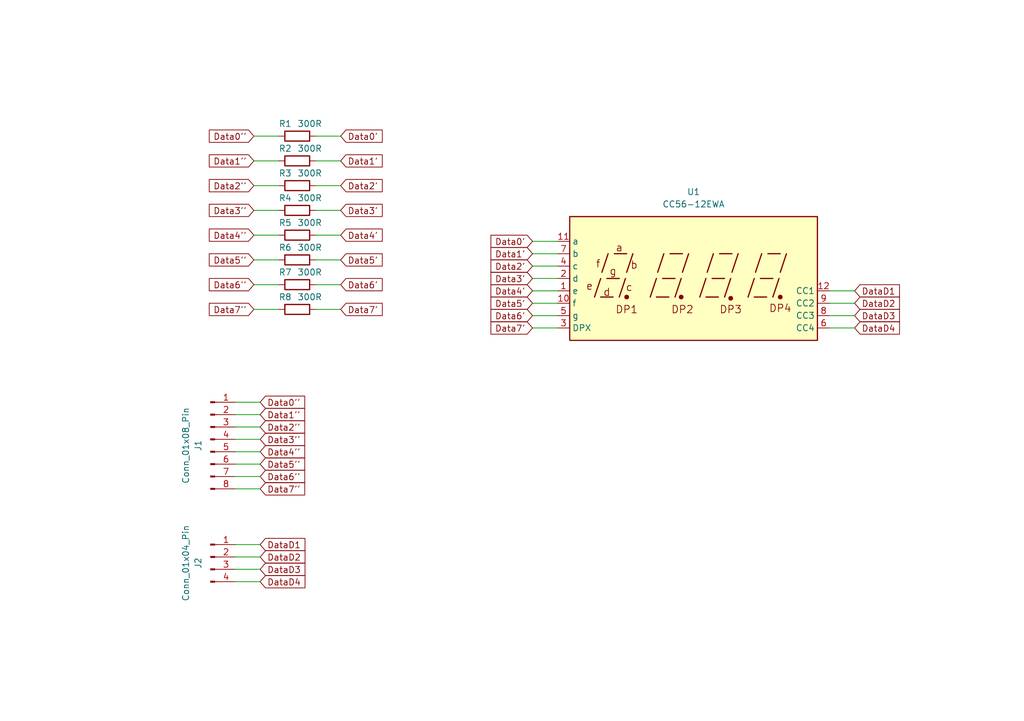
<source format=kicad_sch>
(kicad_sch (version 20230121) (generator eeschema)
  (paper "A5")
  (lib_symbols
    (symbol "Connector:Conn_01x04_Pin" (pin_names (offset 1.016) hide)
      (property "Reference" "J" (at 0 5.08 0))
      (property "Value" "Conn_01x04_Pin" (at 0 -7.62 0))
      (symbol "Conn_01x04_Pin_1_1"
        (polyline (pts (xy 1.27 -5.08) (xy 0.8636 -5.08)) (stroke (width 0.1524)))
        (polyline (pts (xy 1.27 -2.54) (xy 0.8636 -2.54)) (stroke (width 0.1524)))
        (polyline (pts (xy 1.27 0) (xy 0.8636 0)) (stroke (width 0.1524)))
        (polyline (pts (xy 1.27 2.54) (xy 0.8636 2.54)) (stroke (width 0.1524)))
        (rectangle (start 0.8636 -4.953) (end 0 -5.207) (stroke (width 0.1524)) (fill (type outline)))
        (rectangle (start 0.8636 -2.413) (end 0 -2.667) (stroke (width 0.1524)) (fill (type outline)))
        (rectangle (start 0.8636 0.127) (end 0 -0.127) (stroke (width 0.1524)) (fill (type outline)))
        (rectangle (start 0.8636 2.667) (end 0 2.413) (stroke (width 0.1524)) (fill (type outline)))
        (pin passive line (at 5.08 2.54 180) (length 3.81) (name "Pin_1") (number "1"))
        (pin passive line (at 5.08 0 180) (length 3.81) (name "Pin_2") (number "2"))
        (pin passive line (at 5.08 -2.54 180) (length 3.81) (name "Pin_3") (number "3"))
        (pin passive line (at 5.08 -5.08 180) (length 3.81) (name "Pin_4") (number "4"))
      )
    )
    (symbol "Connector:Conn_01x08_Pin" (pin_names (offset 1.016) hide)
      (property "Reference" "J" (at 0 10.16 0))
      (property "Value" "Conn_01x08_Pin" (at 0 -12.7 0))
      (symbol "Conn_01x08_Pin_1_1"
        (polyline (pts (xy 1.27 -10.16) (xy 0.8636 -10.16)) (stroke (width 0.1524)))
        (polyline (pts (xy 1.27 -7.62) (xy 0.8636 -7.62)) (stroke (width 0.1524)))
        (polyline (pts (xy 1.27 -5.08) (xy 0.8636 -5.08)) (stroke (width 0.1524)))
        (polyline (pts (xy 1.27 -2.54) (xy 0.8636 -2.54)) (stroke (width 0.1524)))
        (polyline (pts (xy 1.27 0) (xy 0.8636 0)) (stroke (width 0.1524)))
        (polyline (pts (xy 1.27 2.54) (xy 0.8636 2.54)) (stroke (width 0.1524)))
        (polyline (pts (xy 1.27 5.08) (xy 0.8636 5.08)) (stroke (width 0.1524)))
        (polyline (pts (xy 1.27 7.62) (xy 0.8636 7.62)) (stroke (width 0.1524)))
        (rectangle (start 0.8636 -10.033) (end 0 -10.287) (stroke (width 0.1524)) (fill (type outline)))
        (rectangle (start 0.8636 -7.493) (end 0 -7.747) (stroke (width 0.1524)) (fill (type outline)))
        (rectangle (start 0.8636 -4.953) (end 0 -5.207) (stroke (width 0.1524)) (fill (type outline)))
        (rectangle (start 0.8636 -2.413) (end 0 -2.667) (stroke (width 0.1524)) (fill (type outline)))
        (rectangle (start 0.8636 0.127) (end 0 -0.127) (stroke (width 0.1524)) (fill (type outline)))
        (rectangle (start 0.8636 2.667) (end 0 2.413) (stroke (width 0.1524)) (fill (type outline)))
        (rectangle (start 0.8636 5.207) (end 0 4.953) (stroke (width 0.1524)) (fill (type outline)))
        (rectangle (start 0.8636 7.747) (end 0 7.493) (stroke (width 0.1524)) (fill (type outline)))
        (pin passive line (at 5.08 7.62 180) (length 3.81) (name "Pin_1") (number "1"))
        (pin passive line (at 5.08 5.08 180) (length 3.81) (name "Pin_2") (number "2"))
        (pin passive line (at 5.08 2.54 180) (length 3.81) (name "Pin_3") (number "3"))
        (pin passive line (at 5.08 0 180) (length 3.81) (name "Pin_4") (number "4"))
        (pin passive line (at 5.08 -2.54 180) (length 3.81) (name "Pin_5") (number "5"))
        (pin passive line (at 5.08 -5.08 180) (length 3.81) (name "Pin_6") (number "6"))
        (pin passive line (at 5.08 -7.62 180) (length 3.81) (name "Pin_7") (number "7"))
        (pin passive line (at 5.08 -10.16 180) (length 3.81) (name "Pin_8") (number "8"))
      )
    )
    (symbol "Device:R" (pin_numbers hide) (pin_names (offset 0))
      (property "Reference" "R" (at 2.032 0 90))
      (property "Value" "R" (at 0 0 90))
      (symbol "R_0_1"
        (rectangle (start -1.016 -2.54) (end 1.016 2.54) (stroke (width 0.254)))
      )
      (symbol "R_1_1"
        (pin passive line (at 0 3.81 270) (length 1.27) (name "~") (number "1"))
        (pin passive line (at 0 -3.81 90) (length 1.27) (name "~") (number "2"))
      )
    )
    (symbol "Display_Character:CC56-12EWA"
      (property "Reference" "U" (at -24.13 13.97 0))
      (property "Value" "CC56-12EWA" (at 19.05 13.97 0))
      (symbol "CC56-12EWA_0_0"
        (rectangle (start -25.4 12.7) (end 25.4 -12.7) (stroke (width 0.254)) (fill (type background)))
        (polyline (pts (xy -20.32 -3.81) (xy -19.05 0)) (stroke (width 0.254)))
        (polyline (pts (xy -19.05 -3.81) (xy -16.51 -3.81)) (stroke (width 0.254)))
        (polyline (pts (xy -18.796 1.27) (xy -17.526 5.08)) (stroke (width 0.254)))
        (polyline (pts (xy -17.78 0) (xy -15.24 0)) (stroke (width 0.254)))
        (polyline (pts (xy -16.256 5.08) (xy -13.716 5.08)) (stroke (width 0.254)))
        (polyline (pts (xy -15.24 -3.81) (xy -13.97 0)) (stroke (width 0.254)))
        (polyline (pts (xy -13.716 1.27) (xy -12.446 5.08)) (stroke (width 0.254)))
        (polyline (pts (xy -8.89 -3.81) (xy -7.62 0)) (stroke (width 0.254)))
        (polyline (pts (xy -7.62 -3.81) (xy -5.08 -3.81)) (stroke (width 0.254)))
        (polyline (pts (xy -7.366 1.27) (xy -6.096 5.08)) (stroke (width 0.254)))
        (polyline (pts (xy -6.35 0) (xy -3.81 0)) (stroke (width 0.254)))
        (polyline (pts (xy -4.826 5.08) (xy -2.286 5.08)) (stroke (width 0.254)))
        (polyline (pts (xy -3.81 -3.81) (xy -2.54 0)) (stroke (width 0.254)))
        (polyline (pts (xy -2.286 1.27) (xy -1.016 5.08)) (stroke (width 0.254)))
        (polyline (pts (xy 1.27 -3.81) (xy 2.54 0)) (stroke (width 0.254)))
        (polyline (pts (xy 2.54 -3.81) (xy 5.08 -3.81)) (stroke (width 0.254)))
        (polyline (pts (xy 2.794 1.27) (xy 4.064 5.08)) (stroke (width 0.254)))
        (polyline (pts (xy 3.81 0) (xy 6.35 0)) (stroke (width 0.254)))
        (polyline (pts (xy 5.334 5.08) (xy 7.874 5.08)) (stroke (width 0.254)))
        (polyline (pts (xy 6.35 -3.81) (xy 7.62 0)) (stroke (width 0.254)))
        (polyline (pts (xy 7.874 1.27) (xy 9.144 5.08)) (stroke (width 0.254)))
        (polyline (pts (xy 11.176 -3.81) (xy 12.446 0)) (stroke (width 0.254)))
        (polyline (pts (xy 12.446 -3.81) (xy 14.986 -3.81)) (stroke (width 0.254)))
        (polyline (pts (xy 12.7 1.27) (xy 13.97 5.08)) (stroke (width 0.254)))
        (polyline (pts (xy 13.716 0) (xy 16.256 0)) (stroke (width 0.254)))
        (polyline (pts (xy 15.24 5.08) (xy 17.78 5.08)) (stroke (width 0.254)))
        (polyline (pts (xy 16.256 -3.81) (xy 17.526 0)) (stroke (width 0.254)))
        (polyline (pts (xy 17.78 1.27) (xy 19.05 5.08)) (stroke (width 0.254)))
        (text "a" (at -15.24 6.35 0) (effects (font (size 1.524 1.524))))
        (text "b" (at -12.192 2.794 0) (effects (font (size 1.524 1.524))))
        (text "c" (at -13.208 -1.778 0) (effects (font (size 1.524 1.524))))
        (text "d" (at -17.78 -2.794 0) (effects (font (size 1.524 1.524))))
        (text "DP1" (at -13.716 -6.35 0) (effects (font (size 1.524 1.524))))
        (text "DP2" (at -2.286 -6.35 0) (effects (font (size 1.524 1.524))))
        (text "DP3" (at 7.62 -6.35 0) (effects (font (size 1.524 1.524))))
        (text "DP4" (at 17.78 -6.096 0) (effects (font (size 1.524 1.524))))
        (text "e" (at -21.336 -1.524 0) (effects (font (size 1.524 1.524))))
        (text "f" (at -19.558 3.048 0) (effects (font (size 1.524 1.524))))
        (text "g" (at -16.51 1.524 0) (effects (font (size 1.524 1.524))))
      )
      (symbol "CC56-12EWA_0_1"
        (circle (center -13.716 -3.81) (radius 0.3556) (stroke (width 0.254)) (fill (type outline)))
        (circle (center -2.54 -3.81) (radius 0.3556) (stroke (width 0.254)) (fill (type outline)))
      )
      (symbol "CC56-12EWA_1_0"
        (circle (center 7.62 -4.064) (radius 0.3556) (stroke (width 0.254)) (fill (type outline)))
        (circle (center 17.78 -3.81) (radius 0.3556) (stroke (width 0.254)) (fill (type outline)))
      )
      (symbol "CC56-12EWA_1_1"
        (pin input line (at -27.94 -2.54 0) (length 2.54) (name "e") (number "1"))
        (pin input line (at -27.94 -5.08 0) (length 2.54) (name "f") (number "10"))
        (pin input line (at -27.94 7.62 0) (length 2.54) (name "a") (number "11"))
        (pin input line (at 27.94 -2.54 180) (length 2.54) (name "CC1") (number "12"))
        (pin input line (at -27.94 0 0) (length 2.54) (name "d") (number "2"))
        (pin input line (at -27.94 -10.16 0) (length 2.54) (name "DPX") (number "3"))
        (pin input line (at -27.94 2.54 0) (length 2.54) (name "c") (number "4"))
        (pin input line (at -27.94 -7.62 0) (length 2.54) (name "g") (number "5"))
        (pin input line (at 27.94 -10.16 180) (length 2.54) (name "CC4") (number "6"))
        (pin input line (at -27.94 5.08 0) (length 2.54) (name "b") (number "7"))
        (pin input line (at 27.94 -7.62 180) (length 2.54) (name "CC3") (number "8"))
        (pin input line (at 27.94 -5.08 180) (length 2.54) (name "CC2") (number "9"))
      )
    )
  )
  (wire (pts (xy 170.18 64.77) (xy 175.26 64.77)))
  (wire (pts (xy 48.26 97.79) (xy 53.34 97.79)))
  (wire (pts (xy 64.77 43.18) (xy 69.85 43.18)))
  (wire (pts (xy 52.07 58.42) (xy 57.15 58.42)))
  (wire (pts (xy 48.26 82.55) (xy 53.34 82.55)))
  (wire (pts (xy 170.18 67.31) (xy 175.26 67.31)))
  (wire (pts (xy 48.26 95.25) (xy 53.34 95.25)))
  (wire (pts (xy 109.22 59.69) (xy 114.3 59.69)))
  (wire (pts (xy 109.22 52.07) (xy 114.3 52.07)))
  (wire (pts (xy 48.26 92.71) (xy 53.34 92.71)))
  (wire (pts (xy 52.07 27.94) (xy 57.15 27.94)))
  (wire (pts (xy 48.26 116.84) (xy 53.34 116.84)))
  (wire (pts (xy 64.77 58.42) (xy 69.85 58.42)))
  (wire (pts (xy 64.77 38.1) (xy 69.85 38.1)))
  (wire (pts (xy 48.26 90.17) (xy 53.34 90.17)))
  (wire (pts (xy 64.77 48.26) (xy 69.85 48.26)))
  (wire (pts (xy 109.22 67.31) (xy 114.3 67.31)))
  (wire (pts (xy 52.07 53.34) (xy 57.15 53.34)))
  (wire (pts (xy 64.77 53.34) (xy 69.85 53.34)))
  (wire (pts (xy 52.07 33.02) (xy 57.15 33.02)))
  (wire (pts (xy 52.07 63.5) (xy 57.15 63.5)))
  (wire (pts (xy 48.26 100.33) (xy 53.34 100.33)))
  (wire (pts (xy 109.22 49.53) (xy 114.3 49.53)))
  (wire (pts (xy 48.26 85.09) (xy 53.34 85.09)))
  (wire (pts (xy 109.22 64.77) (xy 114.3 64.77)))
  (wire (pts (xy 48.26 111.76) (xy 53.34 111.76)))
  (wire (pts (xy 109.22 57.15) (xy 114.3 57.15)))
  (wire (pts (xy 48.26 114.3) (xy 53.34 114.3)))
  (wire (pts (xy 52.07 48.26) (xy 57.15 48.26)))
  (wire (pts (xy 52.07 38.1) (xy 57.15 38.1)))
  (wire (pts (xy 109.22 54.61) (xy 114.3 54.61)))
  (wire (pts (xy 52.07 43.18) (xy 57.15 43.18)))
  (wire (pts (xy 48.26 87.63) (xy 53.34 87.63)))
  (wire (pts (xy 64.77 33.02) (xy 69.85 33.02)))
  (wire (pts (xy 64.77 63.5) (xy 69.85 63.5)))
  (wire (pts (xy 109.22 62.23) (xy 114.3 62.23)))
  (wire (pts (xy 64.77 27.94) (xy 69.85 27.94)))
  (wire (pts (xy 170.18 59.69) (xy 175.26 59.69)))
  (wire (pts (xy 170.18 62.23) (xy 175.26 62.23)))
  (wire (pts (xy 48.26 119.38) (xy 53.34 119.38)))
  (global_label "Data2''" (shape input) (at 53.34 87.63 0) (property "Intersheetrefs" "${INTERSHEET_REFS}" (effects hide)))
  (global_label "DataD3" (shape input) (at 53.34 116.84 0) (property "Intersheetrefs" "${INTERSHEET_REFS}" (effects hide)))
  (global_label "Data4'" (shape input) (at 109.22 59.69 180) (property "Intersheetrefs" "${INTERSHEET_REFS}" (effects hide)))
  (global_label "Data0'" (shape input) (at 109.22 49.53 180) (property "Intersheetrefs" "${INTERSHEET_REFS}" (effects hide)))
  (global_label "Data1'" (shape input) (at 109.22 52.07 180) (property "Intersheetrefs" "${INTERSHEET_REFS}" (effects hide)))
  (global_label "Data2'" (shape input) (at 69.85 38.1 0) (property "Intersheetrefs" "${INTERSHEET_REFS}" (effects hide)))
  (global_label "Data7''" (shape input) (at 52.07 63.5 180) (property "Intersheetrefs" "${INTERSHEET_REFS}" (effects hide)))
  (global_label "Data6''" (shape input) (at 53.34 97.79 0) (property "Intersheetrefs" "${INTERSHEET_REFS}" (effects hide)))
  (global_label "Data3''" (shape input) (at 53.34 90.17 0) (property "Intersheetrefs" "${INTERSHEET_REFS}" (effects hide)))
  (global_label "DataD3" (shape input) (at 175.26 64.77 0) (property "Intersheetrefs" "${INTERSHEET_REFS}" (effects hide)))
  (global_label "Data3'" (shape input) (at 109.22 57.15 180) (property "Intersheetrefs" "${INTERSHEET_REFS}" (effects hide)))
  (global_label "Data4''" (shape input) (at 53.34 92.71 0) (property "Intersheetrefs" "${INTERSHEET_REFS}" (effects hide)))
  (global_label "Data7''" (shape input) (at 53.34 100.33 0) (property "Intersheetrefs" "${INTERSHEET_REFS}" (effects hide)))
  (global_label "Data4'" (shape input) (at 69.85 48.26 0) (property "Intersheetrefs" "${INTERSHEET_REFS}" (effects hide)))
  (global_label "Data2''" (shape input) (at 52.07 38.1 180) (property "Intersheetrefs" "${INTERSHEET_REFS}" (effects hide)))
  (global_label "DataD1" (shape input) (at 175.26 59.69 0) (property "Intersheetrefs" "${INTERSHEET_REFS}" (effects hide)))
  (global_label "Data0'" (shape input) (at 69.85 27.94 0) (property "Intersheetrefs" "${INTERSHEET_REFS}" (effects hide)))
  (global_label "Data7'" (shape input) (at 109.22 67.31 180) (property "Intersheetrefs" "${INTERSHEET_REFS}" (effects hide)))
  (global_label "Data1''" (shape input) (at 52.07 33.02 180) (property "Intersheetrefs" "${INTERSHEET_REFS}" (effects hide)))
  (global_label "Data3'" (shape input) (at 69.85 43.18 0) (property "Intersheetrefs" "${INTERSHEET_REFS}" (effects hide)))
  (global_label "Data3''" (shape input) (at 52.07 43.18 180) (property "Intersheetrefs" "${INTERSHEET_REFS}" (effects hide)))
  (global_label "Data0''" (shape input) (at 52.07 27.94 180) (property "Intersheetrefs" "${INTERSHEET_REFS}" (effects hide)))
  (global_label "Data6'" (shape input) (at 109.22 64.77 180) (property "Intersheetrefs" "${INTERSHEET_REFS}" (effects hide)))
  (global_label "DataD4" (shape input) (at 53.34 119.38 0) (property "Intersheetrefs" "${INTERSHEET_REFS}" (effects hide)))
  (global_label "Data5'" (shape input) (at 69.85 53.34 0) (property "Intersheetrefs" "${INTERSHEET_REFS}" (effects hide)))
  (global_label "Data4''" (shape input) (at 52.07 48.26 180) (property "Intersheetrefs" "${INTERSHEET_REFS}" (effects hide)))
  (global_label "Data6''" (shape input) (at 52.07 58.42 180) (property "Intersheetrefs" "${INTERSHEET_REFS}" (effects hide)))
  (global_label "DataD2" (shape input) (at 175.26 62.23 0) (property "Intersheetrefs" "${INTERSHEET_REFS}" (effects hide)))
  (global_label "Data1''" (shape input) (at 53.34 85.09 0) (property "Intersheetrefs" "${INTERSHEET_REFS}" (effects hide)))
  (global_label "Data2'" (shape input) (at 109.22 54.61 180) (property "Intersheetrefs" "${INTERSHEET_REFS}" (effects hide)))
  (global_label "DataD2" (shape input) (at 53.34 114.3 0) (property "Intersheetrefs" "${INTERSHEET_REFS}" (effects hide)))
  (global_label "DataD4" (shape input) (at 175.26 67.31 0) (property "Intersheetrefs" "${INTERSHEET_REFS}" (effects hide)))
  (global_label "Data0''" (shape input) (at 53.34 82.55 0) (property "Intersheetrefs" "${INTERSHEET_REFS}" (effects hide)))
  (global_label "Data5'" (shape input) (at 109.22 62.23 180) (property "Intersheetrefs" "${INTERSHEET_REFS}" (effects hide)))
  (global_label "Data1'" (shape input) (at 69.85 33.02 0) (property "Intersheetrefs" "${INTERSHEET_REFS}" (effects hide)))
  (global_label "DataD1" (shape input) (at 53.34 111.76 0) (property "Intersheetrefs" "${INTERSHEET_REFS}" (effects hide)))
  (global_label "Data7'" (shape input) (at 69.85 63.5 0) (property "Intersheetrefs" "${INTERSHEET_REFS}" (effects hide)))
  (global_label "Data6'" (shape input) (at 69.85 58.42 0) (property "Intersheetrefs" "${INTERSHEET_REFS}" (effects hide)))
  (global_label "Data5''" (shape input) (at 52.07 53.34 180) (property "Intersheetrefs" "${INTERSHEET_REFS}" (effects hide)))
  (global_label "Data5''" (shape input) (at 53.34 95.25 0) (property "Intersheetrefs" "${INTERSHEET_REFS}" (effects hide)))
  (symbol (lib_id "Device:R") (at 60.96 53.34 270) (unit 1)
    (property "Reference" "R6" (at 57.15 50.8 90) (effects (justify left)))
    (property "Value" "300R" (at 60.96 50.8 90) (effects (justify left)))
    (property "Footprint" "Resistor_SMD:R_0805_2012Metric_Pad1.20x1.40mm_HandSolder" (effects hide))
  )
  (symbol (lib_id "Device:R") (at 60.96 38.1 270) (unit 1)
    (property "Reference" "R3" (at 57.15 35.56 90) (effects (justify left)))
    (property "Value" "300R" (at 60.96 35.56 90) (effects (justify left)))
    (property "Footprint" "Resistor_SMD:R_0805_2012Metric_Pad1.20x1.40mm_HandSolder" (effects hide))
  )
  (symbol (lib_id "Device:R") (at 60.96 27.94 270) (unit 1)
    (property "Reference" "R1" (at 57.15 25.4 90) (effects (justify left)))
    (property "Value" "300R" (at 60.96 25.4 90) (effects (justify left)))
    (property "Footprint" "Resistor_SMD:R_0805_2012Metric_Pad1.20x1.40mm_HandSolder" (effects hide))
  )
  (symbol (lib_id "Device:R") (at 60.96 58.42 270) (unit 1)
    (property "Reference" "R7" (at 57.15 55.88 90) (effects (justify left)))
    (property "Value" "300R" (at 60.96 55.88 90) (effects (justify left)))
    (property "Footprint" "Resistor_SMD:R_0805_2012Metric_Pad1.20x1.40mm_HandSolder" (effects hide))
  )
  (symbol (lib_id "Connector:Conn_01x04_Pin") (at 43.18 114.3 0) (unit 1)
    (property "Reference" "J2" (at 40.64 115.57 90))
    (property "Value" "Conn_01x04_Pin" (at 38.1 115.57 90))
    (property "Footprint" "Connector_PinHeader_2.54mm:PinHeader_1x04_P2.54mm_Vertical" (effects hide))
  )
  (symbol (lib_id "Device:R") (at 60.96 33.02 270) (unit 1)
    (property "Reference" "R2" (at 57.15 30.48 90) (effects (justify left)))
    (property "Value" "300R" (at 60.96 30.48 90) (effects (justify left)))
    (property "Footprint" "Resistor_SMD:R_0805_2012Metric_Pad1.20x1.40mm_HandSolder" (effects hide))
  )
  (symbol (lib_id "Device:R") (at 60.96 63.5 270) (unit 1)
    (property "Reference" "R8" (at 57.15 60.96 90) (effects (justify left)))
    (property "Value" "300R" (at 60.96 60.96 90) (effects (justify left)))
    (property "Footprint" "Resistor_SMD:R_0805_2012Metric_Pad1.20x1.40mm_HandSolder" (effects hide))
  )
  (symbol (lib_id "Device:R") (at 60.96 43.18 270) (unit 1)
    (property "Reference" "R4" (at 57.15 40.64 90) (effects (justify left)))
    (property "Value" "300R" (at 60.96 40.64 90) (effects (justify left)))
    (property "Footprint" "Resistor_SMD:R_0805_2012Metric_Pad1.20x1.40mm_HandSolder" (effects hide))
  )
  (symbol (lib_id "Connector:Conn_01x08_Pin") (at 43.18 90.17 0) (unit 1)
    (property "Reference" "J1" (at 40.64 91.44 90))
    (property "Value" "Conn_01x08_Pin" (at 38.1 91.44 90))
    (property "Footprint" "Connector_PinHeader_2.54mm:PinHeader_1x08_P2.54mm_Vertical" (effects hide))
  )
  (symbol (lib_id "Display_Character:CC56-12EWA") (at 142.24 57.15 0) (unit 1)
    (property "Reference" "U1" (at 142.24 39.37 0))
    (property "Value" "CC56-12EWA" (at 142.24 41.91 0))
    (property "Footprint" "Display_7Segment:CA56-12EWA" (effects hide))
    (property "Datasheet" "http://www.kingbrightusa.com/images/catalog/SPEC/CA56-12EWA.pdf" (effects hide))
  )
  (symbol (lib_id "Device:R") (at 60.96 48.26 270) (unit 1)
    (property "Reference" "R5" (at 57.15 45.72 90) (effects (justify left)))
    (property "Value" "300R" (at 60.96 45.72 90) (effects (justify left)))
    (property "Footprint" "Resistor_SMD:R_0805_2012Metric_Pad1.20x1.40mm_HandSolder" (effects hide))
  )
)
</source>
